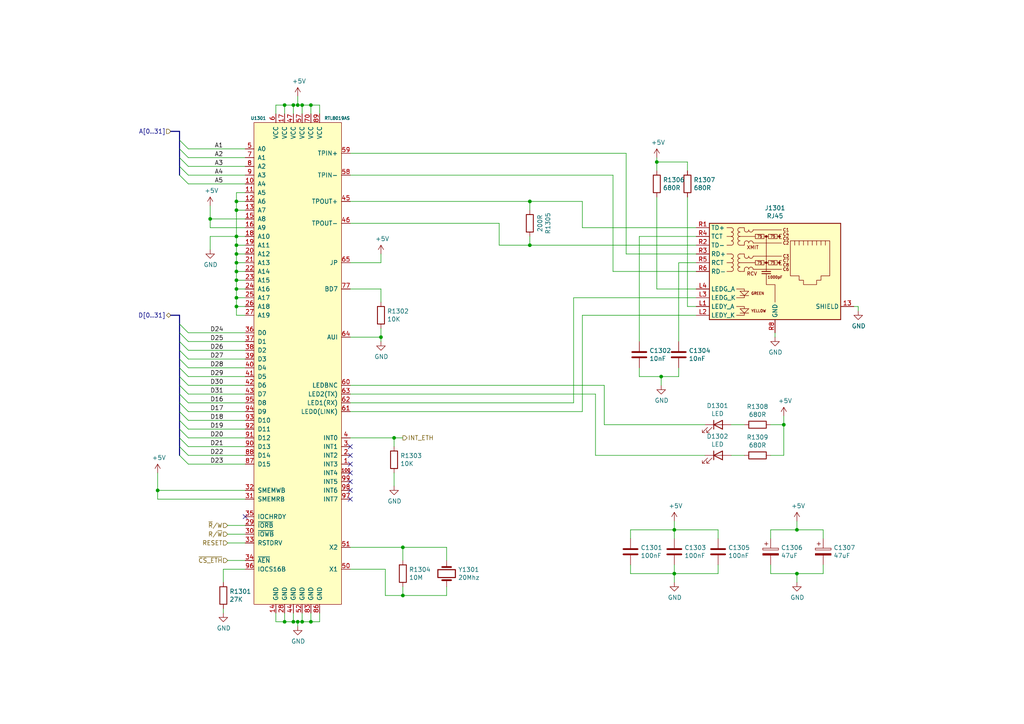
<source format=kicad_sch>
(kicad_sch (version 20211123) (generator eeschema)
  (paper "A4")
  (title_block (title "Y Ddraig Fawr") (company "Stephen Moody"))
  (lib_symbols
    (symbol "Connector:RJ45_Amphenol_RJMG1BD3B8K1ANR"
      (property "Reference" "J" (at 19.05 15.24 0))
      (property "Value" "RJ45_Amphenol_RJMG1BD3B8K1ANR" (at -19.05 15.24 0))
      (symbol "RJ45_Amphenol_RJMG1BD3B8K1ANR_0_0"
        (circle (center -2.54 2.54) (radius 0.254) (stroke (width 0.254)) (fill (type outline)))
        (circle (center -2.54 10.16) (radius 0.254) (stroke (width 0.254)) (fill (type outline)))
        (polyline (pts (xy -7.62 -12.065) (xy -10.16 -12.065)))
        (polyline (pts (xy -7.62 -6.985) (xy -10.16 -6.985)))
        (polyline (pts (xy -2.54 10.16) (xy -2.54 0)))
        (polyline (pts (xy -1.27 -0.635) (xy -3.81 -0.635)) (stroke (width 0.254)))
        (polyline (pts (xy -1.27 0) (xy -3.81 0)) (stroke (width 0.254)))
        (polyline (pts (xy 1.27 2.54) (xy 0.635 2.54)))
        (polyline (pts (xy 1.27 10.16) (xy 0.635 10.16)))
        (polyline (pts (xy -11.176 -12.7) (xy -8.89 -12.7) (xy -8.89 -12.065)))
        (polyline (pts (xy -11.176 -10.16) (xy -8.89 -10.16) (xy -8.89 -10.795)))
        (polyline (pts (xy -11.176 -5.08) (xy -8.89 -5.08) (xy -8.89 -5.715)))
        (polyline (pts (xy -8.89 -6.985) (xy -8.89 -7.62) (xy -11.176 -7.62)))
        (polyline (pts (xy -10.16 -5.715) (xy -7.62 -5.715) (xy -8.89 -6.985) (xy -10.16 -5.715)))
        (polyline (pts (xy -7.62 -10.795) (xy -10.16 -10.795) (xy -8.89 -12.065) (xy -7.62 -10.795)))
        (polyline (pts (xy -2.54 -0.635) (xy -2.54 -3.81) (xy 0 -3.81) (xy 0 -8.89)))
        (polyline (pts (xy 1.905 3.175) (xy 1.27 3.175) (xy 1.27 1.905) (xy 1.905 1.905)))
        (polyline (pts (xy 1.905 10.795) (xy 1.27 10.795) (xy 1.27 9.525) (xy 1.905 9.525)))
        (circle (center 1.27 2.54) (radius 0.254) (stroke (width 0.254)) (fill (type outline)))
        (circle (center 1.27 10.16) (radius 0.254) (stroke (width 0.254)) (fill (type outline)))
        (text "1000pF" (at 0 -1.651 0) (effects (font (size 0.762 0.762))))
        (text "75" (at -4.445 2.54 0) (effects (font (size 0.762 0.762))))
        (text "75" (at -4.445 10.16 0) (effects (font (size 0.762 0.762))))
        (text "75" (at -0.635 2.54 0) (effects (font (size 0.762 0.762))))
        (text "75" (at -0.635 10.16 0) (effects (font (size 0.762 0.762))))
        (text "C1" (at 3.175 12.065 0) (effects (font (size 0.889 0.889))))
        (text "C2" (at 3.175 8.255 0) (effects (font (size 0.889 0.889))))
        (text "C3" (at 3.175 4.445 0) (effects (font (size 0.889 0.889))))
        (text "C4" (at 3.175 10.795 0) (effects (font (size 0.889 0.889))))
        (text "C5" (at 3.175 9.525 0) (effects (font (size 0.889 0.889))))
        (text "C6" (at 3.175 0.635 0) (effects (font (size 0.889 0.889))))
        (text "C7" (at 3.175 3.175 0) (effects (font (size 0.889 0.889))))
        (text "C8" (at 3.175 1.905 0) (effects (font (size 0.889 0.889))))
        (text "GREEN" (at -6.985 -6.35 0) (effects (font (size 0.762 0.762)) (justify left)))
        (text "RCV" (at -8.255 -0.635 0) (effects (font (size 1.016 1.016)) (justify left)))
        (text "XMIT" (at -8.255 6.985 0) (effects (font (size 1.016 1.016)) (justify left)))
        (text "YELLOW" (at -6.985 -11.43 0) (effects (font (size 0.762 0.762)) (justify left)))
      )
      (symbol "RJ45_Amphenol_RJMG1BD3B8K1ANR_0_1"
        (rectangle (start -19.05 -13.97) (end 19.05 13.97) (stroke (width 0.254)) (fill (type background)))
        (arc (start -12.7 0) (mid -12.065 0.635) (end -12.7 1.27))
        (arc (start -12.7 1.27) (mid -12.065 1.905) (end -12.7 2.54))
        (arc (start -12.7 2.54) (mid -12.065 3.175) (end -12.7 3.81))
        (arc (start -12.7 3.81) (mid -12.065 4.445) (end -12.7 5.08))
        (arc (start -12.7 7.62) (mid -12.065 8.255) (end -12.7 8.89))
        (arc (start -12.7 8.89) (mid -12.065 9.525) (end -12.7 10.16))
        (arc (start -12.7 10.16) (mid -12.065 10.795) (end -12.7 11.43))
        (arc (start -12.7 11.43) (mid -12.065 12.065) (end -12.7 12.7))
        (arc (start -10.16 1.27) (mid -10.795 0.635) (end -10.16 0))
        (arc (start -10.16 2.54) (mid -10.795 1.905) (end -10.16 1.27))
        (arc (start -10.16 3.81) (mid -10.795 3.175) (end -10.16 2.54))
        (arc (start -10.16 5.08) (mid -10.795 4.445) (end -10.16 3.81))
        (arc (start -10.16 8.89) (mid -10.795 8.255) (end -10.16 7.62))
        (arc (start -10.16 10.16) (mid -10.795 9.525) (end -10.16 8.89))
        (arc (start -10.16 11.43) (mid -10.795 10.795) (end -10.16 10.16))
        (arc (start -10.16 12.7) (mid -10.795 12.065) (end -10.16 11.43))
        (arc (start -8.89 4.445) (mid -8.255 3.81) (end -7.62 4.445))
        (arc (start -8.89 12.065) (mid -8.255 11.43) (end -7.62 12.065))
        (arc (start -7.62 0.635) (mid -8.255 1.27) (end -8.89 0.635))
        (arc (start -7.62 4.445) (mid -6.985 3.81) (end -6.35 4.445))
        (arc (start -7.62 8.255) (mid -8.255 8.89) (end -8.89 8.255))
        (arc (start -7.62 12.065) (mid -6.985 11.43) (end -6.35 12.065))
        (arc (start -6.35 0.635) (mid -6.985 1.27) (end -7.62 0.635))
        (arc (start -6.35 8.255) (mid -6.985 8.89) (end -7.62 8.255))
        (rectangle (start -5.715 3.175) (end -3.175 1.905))
        (rectangle (start -5.715 10.795) (end -3.175 9.525))
        (rectangle (start -1.905 3.175) (end 0.635 1.905))
        (rectangle (start -1.905 10.795) (end 0.635 9.525))
        (polyline (pts (xy -12.7 0) (xy -13.97 0)))
        (polyline (pts (xy -12.7 2.54) (xy -13.97 2.54)))
        (polyline (pts (xy -12.7 5.08) (xy -13.97 5.08)))
        (polyline (pts (xy -12.7 7.62) (xy -13.97 7.62)))
        (polyline (pts (xy -12.7 10.16) (xy -13.97 10.16)))
        (polyline (pts (xy -12.7 12.7) (xy -13.97 12.7)))
        (polyline (pts (xy -6.35 0.635) (xy 1.905 0.635)))
        (polyline (pts (xy -6.35 4.445) (xy 1.905 4.445)))
        (polyline (pts (xy -6.35 8.255) (xy 1.905 8.255)))
        (polyline (pts (xy -6.35 12.065) (xy 1.905 12.065)))
        (polyline (pts (xy -5.715 2.54) (xy -10.16 2.54)))
        (polyline (pts (xy -5.715 10.16) (xy -10.16 10.16)))
        (polyline (pts (xy -3.175 2.54) (xy -1.905 2.54)))
        (polyline (pts (xy -3.175 10.16) (xy -1.905 10.16)))
        (polyline (pts (xy 5.715 7.62) (xy 5.715 8.89)))
        (polyline (pts (xy 6.985 8.89) (xy 6.985 7.62)))
        (polyline (pts (xy 8.255 8.89) (xy 8.255 7.62)))
        (polyline (pts (xy 9.525 8.89) (xy 9.525 7.62)))
        (polyline (pts (xy 10.795 8.89) (xy 10.795 7.62)))
        (polyline (pts (xy 12.065 8.89) (xy 12.065 7.62)))
        (polyline (pts (xy 13.335 7.62) (xy 13.335 8.89)))
        (polyline (pts (xy 14.605 7.62) (xy 14.605 8.89)))
        (polyline (pts (xy -10.16 5.08) (xy -8.89 5.08) (xy -8.89 4.445)))
        (polyline (pts (xy -10.16 12.7) (xy -8.89 12.7) (xy -8.89 12.065)))
        (polyline (pts (xy -8.89 0.635) (xy -8.89 0) (xy -10.16 0)))
        (polyline (pts (xy -8.89 8.255) (xy -8.89 7.62) (xy -10.16 7.62)))
        (polyline (pts (xy 4.445 8.89) (xy 15.875 8.89) (xy 15.875 -1.27) (xy 13.335 -1.27) (xy 13.335 -2.54) (xy 12.065 -2.54) (xy 12.065 -3.81) (xy 8.255 -3.81) (xy 8.255 -2.54) (xy 6.985 -2.54) (xy 6.985 -1.27) (xy 4.445 -1.27) (xy 4.445 8.89)))
      )
      (symbol "RJ45_Amphenol_RJMG1BD3B8K1ANR_1_1"
        (pin passive line (at 22.86 -10.16 180) (length 3.81) (name "SHIELD") (number "13"))
        (pin passive line (at -22.86 -10.16 0) (length 3.81) (name "LEDY_A") (number "L1"))
        (pin passive line (at -22.86 -12.7 0) (length 3.81) (name "LEDY_K") (number "L2"))
        (pin passive line (at -22.86 -7.62 0) (length 3.81) (name "LEDG_K") (number "L3"))
        (pin passive line (at -22.86 -5.08 0) (length 3.81) (name "LEDG_A") (number "L4"))
        (pin passive line (at -22.86 12.7 0) (length 3.81) (name "TD+") (number "R1"))
        (pin passive line (at -22.86 7.62 0) (length 3.81) (name "TD-") (number "R2"))
        (pin passive line (at -22.86 5.08 0) (length 3.81) (name "RD+") (number "R3"))
        (pin passive line (at -22.86 10.16 0) (length 3.81) (name "TCT") (number "R4"))
        (pin passive line (at -22.86 2.54 0) (length 3.81) (name "RCT") (number "R5"))
        (pin passive line (at -22.86 0 0) (length 3.81) (name "RD-") (number "R6"))
        (pin no_connect line (at 5.08 -5.08 0) (length 0) hide (name "NC") (number "R7"))
        (pin power_in line (at 0 -17.78 90) (length 3.81) (name "GND") (number "R8"))
      )
    )
    (symbol "Ddraig:RTL8019AS" (pin_names (offset 1.016))
      (property "Reference" "U" (at -11.43 36.83 0))
      (property "Value" "RTL8019AS" (at 12.7 -105.41 0))
      (symbol "RTL8019AS_0_1"
        (rectangle (start -12.7 35.56) (end 12.7 -104.14) (fill (type background)))
      )
      (symbol "RTL8019AS_1_1"
        (pin output line (at 15.24 -63.5 180) (length 2.54) (name "INT3") (number "1"))
        (pin input line (at -15.24 17.78 0) (length 2.54) (name "A4") (number "10"))
        (pin output line (at 15.24 -66.04 180) (length 2.54) (name "INT4") (number "100"))
        (pin input line (at -15.24 15.24 0) (length 2.54) (name "A5") (number "11"))
        (pin input line (at -15.24 12.7 0) (length 2.54) (name "A6") (number "12"))
        (pin input line (at -15.24 10.16 0) (length 2.54) (name "A7") (number "13"))
        (pin power_in line (at -6.35 -106.68 90) (length 2.54) (name "GND") (number "14"))
        (pin input line (at -15.24 7.62 0) (length 2.54) (name "A8") (number "15"))
        (pin input line (at -15.24 5.08 0) (length 2.54) (name "A9") (number "16"))
        (pin power_in line (at -3.81 38.1 270) (length 2.54) (name "VCC") (number "17"))
        (pin input line (at -15.24 2.54 0) (length 2.54) (name "A10") (number "18"))
        (pin input line (at -15.24 0 0) (length 2.54) (name "A11") (number "19"))
        (pin output line (at 15.24 -60.96 180) (length 2.54) (name "INT2") (number "2"))
        (pin input line (at -15.24 -2.54 0) (length 2.54) (name "A12") (number "20"))
        (pin input line (at -15.24 -5.08 0) (length 2.54) (name "A13") (number "21"))
        (pin input line (at -15.24 -7.62 0) (length 2.54) (name "A14") (number "22"))
        (pin input line (at -15.24 -10.16 0) (length 2.54) (name "A15") (number "23"))
        (pin input line (at -15.24 -12.7 0) (length 2.54) (name "A16") (number "24"))
        (pin input line (at -15.24 -15.24 0) (length 2.54) (name "A17") (number "25"))
        (pin input line (at -15.24 -17.78 0) (length 2.54) (name "A18") (number "26"))
        (pin input line (at -15.24 -20.32 0) (length 2.54) (name "A19") (number "27"))
        (pin power_in line (at -3.81 -106.68 90) (length 2.54) (name "GND") (number "28"))
        (pin input line (at -15.24 -81.28 0) (length 2.54) (name "~{IORB}") (number "29"))
        (pin output line (at 15.24 -58.42 180) (length 2.54) (name "INT1") (number "3"))
        (pin input line (at -15.24 -83.82 0) (length 2.54) (name "~{IOWB}") (number "30"))
        (pin input line (at -15.24 -73.66 0) (length 2.54) (name "SMEMRB") (number "31"))
        (pin input line (at -15.24 -71.12 0) (length 2.54) (name "SMEMWB") (number "32"))
        (pin input line (at -15.24 -86.36 0) (length 2.54) (name "RSTDRV") (number "33"))
        (pin input line (at -15.24 -91.44 0) (length 2.54) (name "~{AEN}") (number "34"))
        (pin input line (at -15.24 -78.74 0) (length 2.54) (name "IOCHRDY") (number "35"))
        (pin bidirectional line (at -15.24 -25.4 0) (length 2.54) (name "D0") (number "36"))
        (pin bidirectional line (at -15.24 -27.94 0) (length 2.54) (name "D1") (number "37"))
        (pin bidirectional line (at -15.24 -30.48 0) (length 2.54) (name "D2") (number "38"))
        (pin bidirectional line (at -15.24 -33.02 0) (length 2.54) (name "D3") (number "39"))
        (pin output line (at 15.24 -55.88 180) (length 2.54) (name "INT0") (number "4"))
        (pin bidirectional line (at -15.24 -35.56 0) (length 2.54) (name "D4") (number "40"))
        (pin bidirectional line (at -15.24 -38.1 0) (length 2.54) (name "D5") (number "41"))
        (pin bidirectional line (at -15.24 -40.64 0) (length 2.54) (name "D6") (number "42"))
        (pin bidirectional line (at -15.24 -43.18 0) (length 2.54) (name "D7") (number "43"))
        (pin power_in line (at -1.27 -106.68 90) (length 2.54) (name "GND") (number "44"))
        (pin passive line (at 15.24 12.7 180) (length 2.54) (name "TPOUT+") (number "45"))
        (pin passive line (at 15.24 6.35 180) (length 2.54) (name "TPOUT-") (number "46"))
        (pin power_in line (at -1.27 38.1 270) (length 2.54) (name "VCC") (number "47"))
        (pin no_connect line (at 0 -15.24 180) (length 2.54) hide (name "TX-") (number "48"))
        (pin no_connect line (at 0 -12.7 180) (length 2.54) hide (name "TX+") (number "49"))
        (pin input line (at -15.24 27.94 0) (length 2.54) (name "A0") (number "5"))
        (pin passive line (at 15.24 -93.98 180) (length 2.54) (name "X1") (number "50"))
        (pin passive line (at 15.24 -87.63 180) (length 2.54) (name "X2") (number "51"))
        (pin power_in line (at 1.27 -106.68 90) (length 2.54) (name "GND") (number "52"))
        (pin no_connect line (at 0 -7.62 180) (length 2.54) hide (name "CD-") (number "53"))
        (pin no_connect line (at 0 -5.08 180) (length 2.54) hide (name "CD+") (number "54"))
        (pin no_connect line (at 0 0 180) (length 2.54) hide (name "RX-") (number "55"))
        (pin no_connect line (at 0 2.54 180) (length 2.54) hide (name "RX+") (number "56"))
        (pin power_in line (at 1.27 38.1 270) (length 2.54) (name "VCC") (number "57"))
        (pin passive line (at 15.24 20.32 180) (length 2.54) (name "TPIN-") (number "58"))
        (pin passive line (at 15.24 26.67 180) (length 2.54) (name "TPIN+") (number "59"))
        (pin power_in line (at -6.35 38.1 270) (length 2.54) (name "VCC") (number "6"))
        (pin output line (at 15.24 -40.64 180) (length 2.54) (name "LEDBNC") (number "60"))
        (pin output line (at 15.24 -48.26 180) (length 2.54) (name "LED0(LINK)") (number "61"))
        (pin output line (at 15.24 -45.72 180) (length 2.54) (name "LED1(RX)") (number "62"))
        (pin output line (at 15.24 -43.18 180) (length 2.54) (name "LED2(TX)") (number "63"))
        (pin input line (at 15.24 -26.67 180) (length 2.54) (name "AUI") (number "64"))
        (pin input line (at 15.24 -5.08 180) (length 2.54) (name "JP") (number "65"))
        (pin no_connect line (at 2.54 -53.34 180) (length 2.54) hide (name "BA21/PNP") (number "66"))
        (pin no_connect line (at 2.54 -50.8 180) (length 2.54) hide (name "BA20/BS0") (number "67"))
        (pin no_connect line (at 2.54 -48.26 180) (length 2.54) hide (name "BA19/BS1") (number "68"))
        (pin no_connect line (at 2.54 -45.72 180) (length 2.54) hide (name "BA18/BS2") (number "69"))
        (pin input line (at -15.24 25.4 0) (length 2.54) (name "A1") (number "7"))
        (pin power_in line (at 3.81 38.1 270) (length 2.54) (name "VCC") (number "70"))
        (pin no_connect line (at 2.54 -43.18 180) (length 2.54) hide (name "BA17/BS3") (number "71"))
        (pin no_connect line (at 2.54 -40.64 180) (length 2.54) hide (name "BA16/BS4") (number "72"))
        (pin no_connect line (at 2.54 -38.1 180) (length 2.54) hide (name "BA15") (number "73"))
        (pin no_connect line (at 2.54 -35.56 180) (length 2.54) hide (name "BA14/PL0") (number "74"))
        (pin no_connect line (at 15.24 -16.51 180) (length 2.54) hide (name "BCSB") (number "75"))
        (pin no_connect line (at 15.24 -19.05 180) (length 2.54) hide (name "EECS") (number "76"))
        (pin bidirectional line (at 15.24 -12.7 180) (length 2.54) (name "BD7") (number "77"))
        (pin no_connect line (at 0 7.62 180) (length 2.54) hide (name "BD6/IRQS0/EEDI") (number "78"))
        (pin no_connect line (at 0 10.16 180) (length 2.54) hide (name "BD5/IRQS1/EESK") (number "79"))
        (pin input line (at -15.24 22.86 0) (length 2.54) (name "A2") (number "8"))
        (pin no_connect line (at 0 12.7 180) (length 2.54) hide (name "BD4/IRQS2") (number "80"))
        (pin no_connect line (at 0 15.24 180) (length 2.54) hide (name "BD3/IOS0") (number "81"))
        (pin no_connect line (at 0 17.78 180) (length 2.54) hide (name "BD2/IOS1") (number "82"))
        (pin power_in line (at 3.81 -106.68 90) (length 2.54) (name "GND") (number "83"))
        (pin no_connect line (at 0 20.32 180) (length 2.54) hide (name "BD1/IOS2") (number "84"))
        (pin no_connect line (at 0 22.86 180) (length 2.54) hide (name "BD0/IOS3") (number "85"))
        (pin power_in line (at 6.35 -106.68 90) (length 2.54) (name "GND") (number "86"))
        (pin bidirectional line (at -15.24 -63.5 0) (length 2.54) (name "D15") (number "87"))
        (pin bidirectional line (at -15.24 -60.96 0) (length 2.54) (name "D14") (number "88"))
        (pin power_in line (at 6.35 38.1 270) (length 2.54) (name "VCC") (number "89"))
        (pin input line (at -15.24 20.32 0) (length 2.54) (name "A3") (number "9"))
        (pin bidirectional line (at -15.24 -58.42 0) (length 2.54) (name "D13") (number "90"))
        (pin bidirectional line (at -15.24 -55.88 0) (length 2.54) (name "D12") (number "91"))
        (pin bidirectional line (at -15.24 -53.34 0) (length 2.54) (name "D11") (number "92"))
        (pin bidirectional line (at -15.24 -50.8 0) (length 2.54) (name "D10") (number "93"))
        (pin bidirectional line (at -15.24 -48.26 0) (length 2.54) (name "D9") (number "94"))
        (pin bidirectional line (at -15.24 -45.72 0) (length 2.54) (name "D8") (number "95"))
        (pin input line (at -15.24 -93.98 0) (length 2.54) (name "IOCS16B") (number "96"))
        (pin output line (at 15.24 -73.66 180) (length 2.54) (name "INT7") (number "97"))
        (pin output line (at 15.24 -71.12 180) (length 2.54) (name "INT6") (number "98"))
        (pin output line (at 15.24 -68.58 180) (length 2.54) (name "INT5") (number "99"))
      )
    )
    (symbol "Device:C" (pin_numbers hide) (pin_names (offset 0.254))
      (property "Reference" "C" (at 0.635 2.54 0))
      (property "Value" "C" (at 0.635 -2.54 0))
      (symbol "C_0_1"
        (polyline (pts (xy -2.032 -0.762) (xy 2.032 -0.762)) (stroke (width 0.508)))
        (polyline (pts (xy -2.032 0.762) (xy 2.032 0.762)) (stroke (width 0.508)))
      )
      (symbol "C_1_1"
        (pin passive line (at 0 3.81 270) (length 2.794) (name "~") (number "1"))
        (pin passive line (at 0 -3.81 90) (length 2.794) (name "~") (number "2"))
      )
    )
    (symbol "Device:C_Polarized" (pin_numbers hide) (pin_names (offset 0.254))
      (property "Reference" "C" (at 0.635 2.54 0))
      (property "Value" "C_Polarized" (at 0.635 -2.54 0))
      (symbol "C_Polarized_0_1"
        (rectangle (start -2.286 0.508) (end 2.286 1.016))
        (polyline (pts (xy -1.778 2.286) (xy -0.762 2.286)))
        (polyline (pts (xy -1.27 2.794) (xy -1.27 1.778)))
        (rectangle (start 2.286 -0.508) (end -2.286 -1.016) (fill (type outline)))
      )
      (symbol "C_Polarized_1_1"
        (pin passive line (at 0 3.81 270) (length 2.794) (name "~") (number "1"))
        (pin passive line (at 0 -3.81 90) (length 2.794) (name "~") (number "2"))
      )
    )
    (symbol "Device:Crystal" (pin_numbers hide) (pin_names (offset 1.016) hide)
      (property "Reference" "Y" (at 0 3.81 0))
      (property "Value" "Crystal" (at 0 -3.81 0))
      (symbol "Crystal_0_1"
        (rectangle (start -1.143 2.54) (end 1.143 -2.54) (stroke (width 0.3048)))
        (polyline (pts (xy -2.54 0) (xy -1.905 0)))
        (polyline (pts (xy -1.905 -1.27) (xy -1.905 1.27)) (stroke (width 0.508)))
        (polyline (pts (xy 1.905 -1.27) (xy 1.905 1.27)) (stroke (width 0.508)))
        (polyline (pts (xy 2.54 0) (xy 1.905 0)))
      )
      (symbol "Crystal_1_1"
        (pin passive line (at -3.81 0 0) (length 1.27) (name "1") (number "1"))
        (pin passive line (at 3.81 0 180) (length 1.27) (name "2") (number "2"))
      )
    )
    (symbol "Device:LED" (pin_numbers hide) (pin_names (offset 1.016) hide)
      (property "Reference" "D" (at 0 2.54 0))
      (property "Value" "LED" (at 0 -2.54 0))
      (symbol "LED_0_1"
        (polyline (pts (xy -1.27 -1.27) (xy -1.27 1.27)) (stroke (width 0.254)))
        (polyline (pts (xy -1.27 0) (xy 1.27 0)))
        (polyline (pts (xy 1.27 -1.27) (xy 1.27 1.27) (xy -1.27 0) (xy 1.27 -1.27)) (stroke (width 0.254)))
        (polyline (pts (xy -3.048 -0.762) (xy -4.572 -2.286) (xy -3.81 -2.286) (xy -4.572 -2.286) (xy -4.572 -1.524)))
        (polyline (pts (xy -1.778 -0.762) (xy -3.302 -2.286) (xy -2.54 -2.286) (xy -3.302 -2.286) (xy -3.302 -1.524)))
      )
      (symbol "LED_1_1"
        (pin passive line (at -3.81 0 0) (length 2.54) (name "K") (number "1"))
        (pin passive line (at 3.81 0 180) (length 2.54) (name "A") (number "2"))
      )
    )
    (symbol "Device:R" (pin_numbers hide) (pin_names (offset 0))
      (property "Reference" "R" (at 2.032 0 90))
      (property "Value" "R" (at 0 0 90))
      (symbol "R_0_1"
        (rectangle (start -1.016 -2.54) (end 1.016 2.54) (stroke (width 0.254)))
      )
      (symbol "R_1_1"
        (pin passive line (at 0 3.81 270) (length 1.27) (name "~") (number "1"))
        (pin passive line (at 0 -3.81 90) (length 1.27) (name "~") (number "2"))
      )
    )
    (symbol "power:+5V" (power) (pin_names (offset 0))
      (property "Value" "+5V" (at 0 3.556 0))
      (symbol "+5V_0_1"
        (polyline (pts (xy -0.762 1.27) (xy 0 2.54)))
        (polyline (pts (xy 0 0) (xy 0 2.54)))
        (polyline (pts (xy 0 2.54) (xy 0.762 1.27)))
      )
      (symbol "+5V_1_1"
        (pin power_in line (at 0 0 90) (length 0) hide (name "+5V") (number "1"))
      )
    )
    (symbol "power:GND" (power) (pin_names (offset 0))
      (property "Value" "GND" (at 0 -3.81 0))
      (symbol "GND_0_1"
        (polyline (pts (xy 0 0) (xy 0 -1.27) (xy 1.27 -1.27) (xy 0 -2.54) (xy -1.27 -1.27) (xy 0 -1.27)))
      )
      (symbol "GND_1_1"
        (pin power_in line (at 0 0 270) (length 0) hide (name "GND") (number "1"))
      )
    )
  )
  (junction (at 231.14 153.67))
  (junction (at 68.58 71.12))
  (junction (at 68.58 76.2))
  (junction (at 82.55 30.48))
  (junction (at 87.63 30.48))
  (junction (at 87.63 180.34))
  (junction (at 153.67 58.42))
  (junction (at 116.84 158.75))
  (junction (at 153.67 71.12))
  (junction (at 60.96 63.5))
  (junction (at 82.55 180.34))
  (junction (at 68.58 58.42))
  (junction (at 195.58 153.67))
  (junction (at 227.33 123.19))
  (junction (at 68.58 60.96))
  (junction (at 86.36 30.48))
  (junction (at 116.84 172.72))
  (junction (at 68.58 68.58))
  (junction (at 191.77 109.22))
  (junction (at 45.72 142.24))
  (junction (at 90.17 180.34))
  (junction (at 85.09 180.34))
  (junction (at 110.49 97.79))
  (junction (at 68.58 86.36))
  (junction (at 231.14 166.37))
  (junction (at 114.3 127))
  (junction (at 85.09 30.48))
  (junction (at 68.58 83.82))
  (junction (at 68.58 81.28))
  (junction (at 86.36 180.34))
  (junction (at 90.17 30.48))
  (junction (at 68.58 73.66))
  (junction (at 68.58 78.74))
  (junction (at 190.5 46.99))
  (junction (at 195.58 166.37))
  (junction (at 68.58 88.9))
  (no_connect (at 71.12 149.86))
  (no_connect (at 101.6 142.24))
  (no_connect (at 101.6 144.78))
  (no_connect (at 101.6 132.08))
  (no_connect (at 101.6 129.54))
  (no_connect (at 101.6 134.62))
  (no_connect (at 101.6 139.7))
  (no_connect (at 101.6 137.16))
  (bus_entry (at 52.07 40.64) (size 2.54 2.54))
  (bus_entry (at 52.07 43.18) (size 2.54 2.54))
  (bus_entry (at 52.07 96.52) (size 2.54 2.54))
  (bus_entry (at 52.07 104.14) (size 2.54 2.54))
  (bus_entry (at 52.07 124.46) (size 2.54 2.54))
  (bus_entry (at 52.07 106.68) (size 2.54 2.54))
  (bus_entry (at 52.07 114.3) (size 2.54 2.54))
  (bus_entry (at 52.07 50.8) (size 2.54 2.54))
  (bus_entry (at 52.07 116.84) (size 2.54 2.54))
  (bus_entry (at 52.07 109.22) (size 2.54 2.54))
  (bus_entry (at 52.07 129.54) (size 2.54 2.54))
  (bus_entry (at 52.07 111.76) (size 2.54 2.54))
  (bus_entry (at 52.07 119.38) (size 2.54 2.54))
  (bus_entry (at 52.07 48.26) (size 2.54 2.54))
  (bus_entry (at 52.07 101.6) (size 2.54 2.54))
  (bus_entry (at 52.07 45.72) (size 2.54 2.54))
  (bus_entry (at 52.07 127) (size 2.54 2.54))
  (bus_entry (at 52.07 99.06) (size 2.54 2.54))
  (bus_entry (at 52.07 132.08) (size 2.54 2.54))
  (bus_entry (at 52.07 121.92) (size 2.54 2.54))
  (bus_entry (at 52.07 93.98) (size 2.54 2.54))
  (wire (pts (xy 129.54 172.72) (xy 129.54 170.18)))
  (wire (pts (xy 68.58 71.12) (xy 68.58 73.66)))
  (wire (pts (xy 68.58 76.2) (xy 68.58 78.74)))
  (bus (pts (xy 52.07 121.92) (xy 52.07 124.46)))
  (wire (pts (xy 248.92 90.17) (xy 248.92 88.9)))
  (wire (pts (xy 60.96 63.5) (xy 60.96 59.69)))
  (wire (pts (xy 248.92 88.9) (xy 247.65 88.9)))
  (wire (pts (xy 80.01 33.02) (xy 80.01 30.48)))
  (wire (pts (xy 66.04 154.94) (xy 71.12 154.94)))
  (bus (pts (xy 52.07 109.22) (xy 52.07 111.76)))
  (wire (pts (xy 68.58 73.66) (xy 68.58 76.2)))
  (wire (pts (xy 111.76 165.1) (xy 111.76 172.72)))
  (wire (pts (xy 196.85 109.22) (xy 196.85 106.68)))
  (wire (pts (xy 71.12 132.08) (xy 54.61 132.08)))
  (wire (pts (xy 110.49 83.82) (xy 101.6 83.82)))
  (wire (pts (xy 90.17 33.02) (xy 90.17 30.48)))
  (bus (pts (xy 52.07 38.1) (xy 49.53 38.1)))
  (wire (pts (xy 71.12 116.84) (xy 54.61 116.84)))
  (wire (pts (xy 90.17 30.48) (xy 92.71 30.48)))
  (wire (pts (xy 60.96 68.58) (xy 60.96 72.39)))
  (wire (pts (xy 199.39 46.99) (xy 199.39 49.53)))
  (wire (pts (xy 182.88 153.67) (xy 182.88 156.21)))
  (wire (pts (xy 208.28 166.37) (xy 208.28 163.83)))
  (wire (pts (xy 191.77 109.22) (xy 196.85 109.22)))
  (wire (pts (xy 101.6 111.76) (xy 175.26 111.76)))
  (wire (pts (xy 101.6 158.75) (xy 116.84 158.75)))
  (wire (pts (xy 71.12 50.8) (xy 54.61 50.8)))
  (wire (pts (xy 191.77 111.76) (xy 191.77 109.22)))
  (wire (pts (xy 195.58 151.13) (xy 195.58 153.67)))
  (wire (pts (xy 223.52 166.37) (xy 231.14 166.37)))
  (wire (pts (xy 223.52 166.37) (xy 223.52 163.83)))
  (bus (pts (xy 52.07 111.76) (xy 52.07 114.3)))
  (wire (pts (xy 71.12 86.36) (xy 68.58 86.36)))
  (wire (pts (xy 71.12 111.76) (xy 54.61 111.76)))
  (wire (pts (xy 177.8 78.74) (xy 201.93 78.74)))
  (wire (pts (xy 71.12 157.48) (xy 66.04 157.48)))
  (bus (pts (xy 52.07 48.26) (xy 52.07 50.8)))
  (wire (pts (xy 116.84 162.56) (xy 116.84 158.75)))
  (wire (pts (xy 201.93 73.66) (xy 181.61 73.66)))
  (wire (pts (xy 196.85 76.2) (xy 196.85 99.06)))
  (wire (pts (xy 111.76 172.72) (xy 116.84 172.72)))
  (wire (pts (xy 71.12 43.18) (xy 54.61 43.18)))
  (wire (pts (xy 223.52 123.19) (xy 227.33 123.19)))
  (wire (pts (xy 181.61 73.66) (xy 181.61 44.45)))
  (wire (pts (xy 80.01 180.34) (xy 82.55 180.34)))
  (wire (pts (xy 80.01 30.48) (xy 82.55 30.48)))
  (wire (pts (xy 45.72 144.78) (xy 45.72 142.24)))
  (wire (pts (xy 68.58 91.44) (xy 71.12 91.44)))
  (wire (pts (xy 199.39 88.9) (xy 201.93 88.9)))
  (wire (pts (xy 129.54 158.75) (xy 129.54 162.56)))
  (wire (pts (xy 114.3 129.54) (xy 114.3 127)))
  (wire (pts (xy 71.12 134.62) (xy 54.61 134.62)))
  (wire (pts (xy 227.33 120.65) (xy 227.33 123.19)))
  (wire (pts (xy 85.09 180.34) (xy 86.36 180.34)))
  (wire (pts (xy 86.36 30.48) (xy 86.36 27.94)))
  (wire (pts (xy 68.58 58.42) (xy 68.58 60.96)))
  (bus (pts (xy 52.07 40.64) (xy 52.07 43.18)))
  (wire (pts (xy 231.14 168.91) (xy 231.14 166.37)))
  (wire (pts (xy 227.33 123.19) (xy 227.33 132.08)))
  (wire (pts (xy 68.58 88.9) (xy 68.58 91.44)))
  (wire (pts (xy 195.58 166.37) (xy 195.58 163.83)))
  (wire (pts (xy 71.12 76.2) (xy 68.58 76.2)))
  (bus (pts (xy 52.07 91.44) (xy 52.07 93.98)))
  (wire (pts (xy 82.55 30.48) (xy 85.09 30.48)))
  (wire (pts (xy 71.12 45.72) (xy 54.61 45.72)))
  (wire (pts (xy 175.26 111.76) (xy 175.26 123.19)))
  (bus (pts (xy 52.07 119.38) (xy 52.07 121.92)))
  (wire (pts (xy 114.3 127) (xy 101.6 127)))
  (wire (pts (xy 231.14 153.67) (xy 238.76 153.67)))
  (wire (pts (xy 101.6 44.45) (xy 181.61 44.45)))
  (wire (pts (xy 114.3 140.97) (xy 114.3 137.16)))
  (wire (pts (xy 153.67 71.12) (xy 201.93 71.12)))
  (wire (pts (xy 110.49 73.66) (xy 110.49 76.2)))
  (wire (pts (xy 71.12 48.26) (xy 54.61 48.26)))
  (wire (pts (xy 190.5 46.99) (xy 199.39 46.99)))
  (wire (pts (xy 116.84 170.18) (xy 116.84 172.72)))
  (wire (pts (xy 71.12 127) (xy 54.61 127)))
  (wire (pts (xy 172.72 114.3) (xy 172.72 132.08)))
  (wire (pts (xy 101.6 119.38) (xy 168.91 119.38)))
  (wire (pts (xy 195.58 166.37) (xy 208.28 166.37)))
  (wire (pts (xy 227.33 132.08) (xy 223.52 132.08)))
  (wire (pts (xy 71.12 63.5) (xy 60.96 63.5)))
  (wire (pts (xy 116.84 158.75) (xy 129.54 158.75)))
  (wire (pts (xy 144.78 71.12) (xy 144.78 64.77)))
  (wire (pts (xy 168.91 66.04) (xy 168.91 58.42)))
  (wire (pts (xy 101.6 165.1) (xy 111.76 165.1)))
  (wire (pts (xy 71.12 71.12) (xy 68.58 71.12)))
  (bus (pts (xy 52.07 116.84) (xy 52.07 119.38)))
  (wire (pts (xy 168.91 119.38) (xy 168.91 91.44)))
  (wire (pts (xy 223.52 153.67) (xy 231.14 153.67)))
  (wire (pts (xy 195.58 153.67) (xy 182.88 153.67)))
  (wire (pts (xy 166.37 116.84) (xy 166.37 86.36)))
  (wire (pts (xy 195.58 168.91) (xy 195.58 166.37)))
  (wire (pts (xy 199.39 57.15) (xy 199.39 88.9)))
  (wire (pts (xy 110.49 99.06) (xy 110.49 97.79)))
  (wire (pts (xy 66.04 162.56) (xy 71.12 162.56)))
  (bus (pts (xy 52.07 127) (xy 52.07 129.54)))
  (wire (pts (xy 71.12 78.74) (xy 68.58 78.74)))
  (wire (pts (xy 80.01 177.8) (xy 80.01 180.34)))
  (wire (pts (xy 215.9 132.08) (xy 212.09 132.08)))
  (wire (pts (xy 85.09 33.02) (xy 85.09 30.48)))
  (wire (pts (xy 71.12 101.6) (xy 54.61 101.6)))
  (wire (pts (xy 68.58 55.88) (xy 68.58 58.42)))
  (wire (pts (xy 68.58 60.96) (xy 68.58 68.58)))
  (wire (pts (xy 71.12 58.42) (xy 68.58 58.42)))
  (wire (pts (xy 153.67 60.96) (xy 153.67 58.42)))
  (wire (pts (xy 182.88 163.83) (xy 182.88 166.37)))
  (wire (pts (xy 153.67 58.42) (xy 168.91 58.42)))
  (wire (pts (xy 71.12 96.52) (xy 54.61 96.52)))
  (wire (pts (xy 60.96 66.04) (xy 60.96 63.5)))
  (wire (pts (xy 71.12 106.68) (xy 54.61 106.68)))
  (wire (pts (xy 71.12 81.28) (xy 68.58 81.28)))
  (wire (pts (xy 64.77 165.1) (xy 71.12 165.1)))
  (bus (pts (xy 52.07 91.44) (xy 49.53 91.44)))
  (wire (pts (xy 82.55 180.34) (xy 85.09 180.34)))
  (wire (pts (xy 110.49 87.63) (xy 110.49 83.82)))
  (wire (pts (xy 71.12 124.46) (xy 54.61 124.46)))
  (wire (pts (xy 185.42 68.58) (xy 185.42 99.06)))
  (wire (pts (xy 86.36 180.34) (xy 87.63 180.34)))
  (wire (pts (xy 177.8 78.74) (xy 177.8 50.8)))
  (wire (pts (xy 101.6 116.84) (xy 166.37 116.84)))
  (wire (pts (xy 182.88 166.37) (xy 195.58 166.37)))
  (wire (pts (xy 201.93 76.2) (xy 196.85 76.2)))
  (wire (pts (xy 212.09 123.19) (xy 215.9 123.19)))
  (wire (pts (xy 86.36 181.61) (xy 86.36 180.34)))
  (wire (pts (xy 101.6 64.77) (xy 144.78 64.77)))
  (wire (pts (xy 101.6 58.42) (xy 153.67 58.42)))
  (wire (pts (xy 45.72 142.24) (xy 71.12 142.24)))
  (wire (pts (xy 116.84 172.72) (xy 129.54 172.72)))
  (wire (pts (xy 168.91 91.44) (xy 201.93 91.44)))
  (wire (pts (xy 175.26 123.19) (xy 204.47 123.19)))
  (bus (pts (xy 52.07 45.72) (xy 52.07 48.26)))
  (wire (pts (xy 223.52 153.67) (xy 223.52 156.21)))
  (wire (pts (xy 71.12 68.58) (xy 68.58 68.58)))
  (wire (pts (xy 71.12 83.82) (xy 68.58 83.82)))
  (wire (pts (xy 191.77 109.22) (xy 185.42 109.22)))
  (bus (pts (xy 52.07 124.46) (xy 52.07 127)))
  (wire (pts (xy 172.72 132.08) (xy 204.47 132.08)))
  (wire (pts (xy 71.12 119.38) (xy 54.61 119.38)))
  (wire (pts (xy 85.09 177.8) (xy 85.09 180.34)))
  (wire (pts (xy 64.77 168.91) (xy 64.77 165.1)))
  (wire (pts (xy 101.6 50.8) (xy 177.8 50.8)))
  (wire (pts (xy 101.6 114.3) (xy 172.72 114.3)))
  (wire (pts (xy 90.17 180.34) (xy 92.71 180.34)))
  (wire (pts (xy 116.84 127) (xy 114.3 127)))
  (wire (pts (xy 201.93 66.04) (xy 168.91 66.04)))
  (bus (pts (xy 52.07 104.14) (xy 52.07 106.68)))
  (wire (pts (xy 195.58 153.67) (xy 195.58 156.21)))
  (wire (pts (xy 71.12 104.14) (xy 54.61 104.14)))
  (wire (pts (xy 190.5 46.99) (xy 190.5 45.72)))
  (wire (pts (xy 82.55 177.8) (xy 82.55 180.34)))
  (bus (pts (xy 52.07 38.1) (xy 52.07 40.64)))
  (bus (pts (xy 52.07 96.52) (xy 52.07 99.06)))
  (wire (pts (xy 71.12 60.96) (xy 68.58 60.96)))
  (bus (pts (xy 52.07 114.3) (xy 52.07 116.84)))
  (wire (pts (xy 208.28 156.21) (xy 208.28 153.67)))
  (wire (pts (xy 71.12 114.3) (xy 54.61 114.3)))
  (wire (pts (xy 45.72 142.24) (xy 45.72 137.16)))
  (wire (pts (xy 190.5 49.53) (xy 190.5 46.99)))
  (wire (pts (xy 86.36 30.48) (xy 87.63 30.48)))
  (wire (pts (xy 208.28 153.67) (xy 195.58 153.67)))
  (wire (pts (xy 85.09 30.48) (xy 86.36 30.48)))
  (wire (pts (xy 68.58 78.74) (xy 68.58 81.28)))
  (bus (pts (xy 52.07 129.54) (xy 52.07 132.08)))
  (wire (pts (xy 87.63 33.02) (xy 87.63 30.48)))
  (bus (pts (xy 52.07 106.68) (xy 52.07 109.22)))
  (wire (pts (xy 92.71 30.48) (xy 92.71 33.02)))
  (wire (pts (xy 71.12 121.92) (xy 54.61 121.92)))
  (wire (pts (xy 45.72 144.78) (xy 71.12 144.78)))
  (wire (pts (xy 87.63 30.48) (xy 90.17 30.48)))
  (wire (pts (xy 68.58 83.82) (xy 68.58 86.36)))
  (wire (pts (xy 231.14 151.13) (xy 231.14 153.67)))
  (wire (pts (xy 87.63 177.8) (xy 87.63 180.34)))
  (wire (pts (xy 71.12 73.66) (xy 68.58 73.66)))
  (wire (pts (xy 82.55 33.02) (xy 82.55 30.48)))
  (wire (pts (xy 68.58 86.36) (xy 68.58 88.9)))
  (wire (pts (xy 71.12 129.54) (xy 54.61 129.54)))
  (wire (pts (xy 71.12 55.88) (xy 68.58 55.88)))
  (wire (pts (xy 71.12 66.04) (xy 60.96 66.04)))
  (wire (pts (xy 71.12 53.34) (xy 54.61 53.34)))
  (wire (pts (xy 71.12 99.06) (xy 54.61 99.06)))
  (wire (pts (xy 144.78 71.12) (xy 153.67 71.12)))
  (wire (pts (xy 190.5 83.82) (xy 201.93 83.82)))
  (wire (pts (xy 185.42 109.22) (xy 185.42 106.68)))
  (wire (pts (xy 238.76 163.83) (xy 238.76 166.37)))
  (wire (pts (xy 166.37 86.36) (xy 201.93 86.36)))
  (wire (pts (xy 68.58 68.58) (xy 68.58 71.12)))
  (wire (pts (xy 153.67 68.58) (xy 153.67 71.12)))
  (wire (pts (xy 71.12 152.4) (xy 66.04 152.4)))
  (wire (pts (xy 190.5 57.15) (xy 190.5 83.82)))
  (bus (pts (xy 52.07 93.98) (xy 52.07 96.52)))
  (wire (pts (xy 87.63 180.34) (xy 90.17 180.34)))
  (wire (pts (xy 90.17 177.8) (xy 90.17 180.34)))
  (wire (pts (xy 231.14 166.37) (xy 238.76 166.37)))
  (wire (pts (xy 224.79 97.79) (xy 224.79 96.52)))
  (bus (pts (xy 52.07 43.18) (xy 52.07 45.72)))
  (bus (pts (xy 52.07 101.6) (xy 52.07 104.14)))
  (wire (pts (xy 110.49 97.79) (xy 110.49 95.25)))
  (wire (pts (xy 64.77 176.53) (xy 64.77 177.8)))
  (wire (pts (xy 71.12 109.22) (xy 54.61 109.22)))
  (wire (pts (xy 201.93 68.58) (xy 185.42 68.58)))
  (wire (pts (xy 101.6 97.79) (xy 110.49 97.79)))
  (wire (pts (xy 238.76 156.21) (xy 238.76 153.67)))
  (bus (pts (xy 52.07 99.06) (xy 52.07 101.6)))
  (wire (pts (xy 71.12 88.9) (xy 68.58 88.9)))
  (wire (pts (xy 92.71 180.34) (xy 92.71 177.8)))
  (wire (pts (xy 110.49 76.2) (xy 101.6 76.2)))
  (wire (pts (xy 68.58 81.28) (xy 68.58 83.82)))
  (wire (pts (xy 68.58 68.58) (xy 60.96 68.58)))
  (label "A3" (at 62.23 48.26 0))
  (label "A1" (at 62.23 43.18 0))
  (label "D30" (at 60.96 111.76 0))
  (label "A2" (at 62.23 45.72 0))
  (label "D25" (at 60.96 99.06 0))
  (label "D29" (at 60.96 109.22 0))
  (label "D18" (at 60.96 121.92 0))
  (label "D27" (at 60.96 104.14 0))
  (label "D19" (at 60.96 124.46 0))
  (label "A5" (at 62.23 53.34 0))
  (label "D22" (at 60.96 132.08 0))
  (label "D16" (at 60.96 116.84 0))
  (label "D21" (at 60.96 129.54 0))
  (label "D23" (at 60.96 134.62 0))
  (label "D28" (at 60.96 106.68 0))
  (label "D31" (at 60.96 114.3 0))
  (label "D17" (at 60.96 119.38 0))
  (label "D24" (at 60.96 96.52 0))
  (label "D26" (at 60.96 101.6 0))
  (label "A4" (at 62.23 50.8 0))
  (label "D20" (at 60.96 127 0))
  (hierarchical_label "D[0..31]" (shape bidirectional) (at 49.53 91.44 180))
  (hierarchical_label "INT_ETH" (shape output) (at 116.84 127 0))
  (hierarchical_label "~{CS_ETH}" (shape input) (at 66.04 162.56 180))
  (hierarchical_label "RESET" (shape input) (at 66.04 157.48 180))
  (hierarchical_label "~{R}{slash}W" (shape input) (at 66.04 152.4 180))
  (hierarchical_label "A[0..31]" (shape input) (at 49.53 38.1 180))
  (hierarchical_label "R{slash}~{W}" (shape input) (at 66.04 154.94 180))
  (symbol (lib_id "Ddraig:RTL8019AS") (at 86.36 71.12 0) (unit 1)
    (property "Reference" "U1301" (at 74.93 34.29 0) (effects (font (size 0.889 0.889))))
    (property "Value" "RTL8019AS" (at 97.79 34.29 0) (effects (font (size 0.889 0.889))))
    (property "Footprint" "Ddraig:RTL8019AS" (effects hide))
  )
  (symbol (lib_id "power:+5V") (at 60.96 59.69 0) (unit 1)
    (property "Reference" "#PWR01302" (effects hide))
    (property "Value" "+5V" (at 61.341 55.2958 0))
  )
  (symbol (lib_id "power:GND") (at 60.96 72.39 0) (unit 1)
    (property "Reference" "#PWR01303" (effects hide))
    (property "Value" "GND" (at 61.087 76.7842 0))
  )
  (symbol (lib_id "Device:R") (at 110.49 91.44 0) (unit 1)
    (property "Reference" "R1302" (at 112.268 90.2716 0) (effects (justify left)))
    (property "Value" "10K" (at 112.268 92.583 0) (effects (justify left)))
    (property "Footprint" "Resistor_THT:R_Axial_DIN0207_L6.3mm_D2.5mm_P10.16mm_Horizontal" (effects hide))
  )
  (symbol (lib_id "power:GND") (at 110.49 99.06 0) (unit 1)
    (property "Reference" "#PWR01308" (effects hide))
    (property "Value" "GND" (at 110.617 103.4542 0))
  )
  (symbol (lib_id "power:+5V") (at 110.49 73.66 0) (unit 1)
    (property "Reference" "#PWR01307" (effects hide))
    (property "Value" "+5V" (at 110.871 69.2658 0))
  )
  (symbol (lib_id "Connector:RJ45_Amphenol_RJMG1BD3B8K1ANR") (at 224.79 78.74 0) (unit 1)
    (property "Reference" "J1301" (at 224.79 60.325 0))
    (property "Value" "RJ45" (at 224.79 62.6364 0))
    (property "Footprint" "Connector_RJ:RJ45_Amphenol_RJMG1BD3B8K1ANR" (effects hide))
    (property "Datasheet" "https://www.amphenolcanada.com/ProductSearch/Drawings/AC/RJMG1BD3B8K1ANR.PDF" (effects hide))
  )
  (symbol (lib_id "Device:C") (at 196.85 102.87 0) (unit 1)
    (property "Reference" "C1304" (at 199.771 101.7016 0) (effects (justify left)))
    (property "Value" "10nF" (at 199.771 104.013 0) (effects (justify left)))
    (property "Footprint" "Capacitor_SMD:C_0805_2012Metric" (effects hide))
  )
  (symbol (lib_id "Device:C") (at 185.42 102.87 0) (unit 1)
    (property "Reference" "C1302" (at 188.341 101.7016 0) (effects (justify left)))
    (property "Value" "10nF" (at 188.341 104.013 0) (effects (justify left)))
    (property "Footprint" "Capacitor_SMD:C_0805_2012Metric" (effects hide))
  )
  (symbol (lib_id "power:GND") (at 191.77 111.76 0) (unit 1)
    (property "Reference" "#PWR01311" (effects hide))
    (property "Value" "GND" (at 191.897 116.1542 0))
  )
  (symbol (lib_id "power:GND") (at 224.79 97.79 0) (unit 1)
    (property "Reference" "#PWR01314" (effects hide))
    (property "Value" "GND" (at 224.917 102.1842 0))
  )
  (symbol (lib_id "power:GND") (at 248.92 90.17 0) (unit 1)
    (property "Reference" "#PWR01318" (effects hide))
    (property "Value" "GND" (at 249.047 94.5642 0))
  )
  (symbol (lib_id "Device:R") (at 199.39 53.34 0) (unit 1)
    (property "Reference" "R1307" (at 201.168 52.1716 0) (effects (justify left)))
    (property "Value" "680R" (at 201.168 54.483 0) (effects (justify left)))
    (property "Footprint" "Resistor_THT:R_Axial_DIN0207_L6.3mm_D2.5mm_P10.16mm_Horizontal" (effects hide))
  )
  (symbol (lib_id "Device:R") (at 190.5 53.34 0) (unit 1)
    (property "Reference" "R1306" (at 192.278 52.1716 0) (effects (justify left)))
    (property "Value" "680R" (at 192.278 54.483 0) (effects (justify left)))
    (property "Footprint" "Resistor_THT:R_Axial_DIN0207_L6.3mm_D2.5mm_P10.16mm_Horizontal" (effects hide))
  )
  (symbol (lib_id "power:+5V") (at 86.36 27.94 0) (unit 1)
    (property "Reference" "#PWR01305" (effects hide))
    (property "Value" "+5V" (at 86.741 23.5458 0))
  )
  (symbol (lib_id "power:+5V") (at 190.5 45.72 0) (unit 1)
    (property "Reference" "#PWR01310" (effects hide))
    (property "Value" "+5V" (at 190.881 41.3258 0))
  )
  (symbol (lib_id "Device:R") (at 153.67 64.77 180) (unit 1)
    (property "Reference" "R1305" (at 158.9278 64.77 90))
    (property "Value" "200R" (at 156.6164 64.77 90))
    (property "Footprint" "Resistor_THT:R_Axial_DIN0207_L6.3mm_D2.5mm_P10.16mm_Horizontal" (effects hide))
  )
  (symbol (lib_id "Device:R") (at 219.71 123.19 270) (unit 1)
    (property "Reference" "R1308" (at 219.71 117.9322 90))
    (property "Value" "680R" (at 219.71 120.2436 90))
    (property "Footprint" "Resistor_THT:R_Axial_DIN0207_L6.3mm_D2.5mm_P10.16mm_Horizontal" (effects hide))
  )
  (symbol (lib_id "Device:R") (at 219.71 132.08 270) (unit 1)
    (property "Reference" "R1309" (at 219.71 126.8222 90))
    (property "Value" "680R" (at 219.71 129.1336 90))
    (property "Footprint" "Resistor_THT:R_Axial_DIN0207_L6.3mm_D2.5mm_P10.16mm_Horizontal" (effects hide))
  )
  (symbol (lib_id "Device:LED") (at 208.28 123.19 0) (unit 1)
    (property "Reference" "D1301" (at 208.1022 117.6782 0))
    (property "Value" "LED" (at 208.1022 119.9896 0))
    (property "Footprint" "LED_SMD:LED_1206_3216Metric" (effects hide))
  )
  (symbol (lib_id "Device:LED") (at 208.28 132.08 0) (unit 1)
    (property "Reference" "D1302" (at 208.1022 126.5682 0))
    (property "Value" "LED" (at 208.1022 128.8796 0))
    (property "Footprint" "LED_SMD:LED_1206_3216Metric" (effects hide))
  )
  (symbol (lib_id "power:+5V") (at 227.33 120.65 0) (unit 1)
    (property "Reference" "#PWR01315" (effects hide))
    (property "Value" "+5V" (at 227.711 116.2558 0))
  )
  (symbol (lib_id "Device:R") (at 114.3 133.35 0) (unit 1)
    (property "Reference" "R1303" (at 116.078 132.1816 0) (effects (justify left)))
    (property "Value" "10K" (at 116.078 134.493 0) (effects (justify left)))
    (property "Footprint" "Resistor_THT:R_Axial_DIN0207_L6.3mm_D2.5mm_P10.16mm_Horizontal" (effects hide))
  )
  (symbol (lib_id "power:GND") (at 114.3 140.97 0) (unit 1)
    (property "Reference" "#PWR01309" (effects hide))
    (property "Value" "GND" (at 114.427 145.3642 0))
  )
  (symbol (lib_id "Device:Crystal") (at 129.54 166.37 270) (unit 1)
    (property "Reference" "Y1301" (at 132.8674 165.2016 90) (effects (justify left)))
    (property "Value" "20Mhz" (at 132.8674 167.513 90) (effects (justify left)))
    (property "Footprint" "Crystal:Crystal_SMD_HC49-SD" (effects hide))
  )
  (symbol (lib_id "Device:R") (at 116.84 166.37 0) (unit 1)
    (property "Reference" "R1304" (at 118.618 165.2016 0) (effects (justify left)))
    (property "Value" "10M" (at 118.618 167.513 0) (effects (justify left)))
    (property "Footprint" "Resistor_THT:R_Axial_DIN0207_L6.3mm_D2.5mm_P10.16mm_Horizontal" (effects hide))
  )
  (symbol (lib_id "power:+5V") (at 45.72 137.16 0) (unit 1)
    (property "Reference" "#PWR01301" (effects hide))
    (property "Value" "+5V" (at 46.101 132.7658 0))
  )
  (symbol (lib_id "power:GND") (at 86.36 181.61 0) (unit 1)
    (property "Reference" "#PWR01306" (effects hide))
    (property "Value" "GND" (at 86.487 186.0042 0))
  )
  (symbol (lib_id "Device:R") (at 64.77 172.72 0) (unit 1)
    (property "Reference" "R1301" (at 66.548 171.5516 0) (effects (justify left)))
    (property "Value" "27K" (at 66.548 173.863 0) (effects (justify left)))
    (property "Footprint" "Resistor_THT:R_Axial_DIN0207_L6.3mm_D2.5mm_P10.16mm_Horizontal" (effects hide))
  )
  (symbol (lib_id "power:GND") (at 64.77 177.8 0) (unit 1)
    (property "Reference" "#PWR01304" (effects hide))
    (property "Value" "GND" (at 64.897 182.1942 0))
  )
  (symbol (lib_id "Device:C") (at 195.58 160.02 0) (unit 1)
    (property "Reference" "C1303" (at 198.501 158.8516 0) (effects (justify left)))
    (property "Value" "100nF" (at 198.501 161.163 0) (effects (justify left)))
    (property "Footprint" "Capacitor_SMD:C_0805_2012Metric" (effects hide))
  )
  (symbol (lib_id "Device:C") (at 208.28 160.02 0) (unit 1)
    (property "Reference" "C1305" (at 211.201 158.8516 0) (effects (justify left)))
    (property "Value" "100nF" (at 211.201 161.163 0) (effects (justify left)))
    (property "Footprint" "Capacitor_SMD:C_0805_2012Metric" (effects hide))
  )
  (symbol (lib_id "Device:C") (at 182.88 160.02 0) (unit 1)
    (property "Reference" "C1301" (at 185.801 158.8516 0) (effects (justify left)))
    (property "Value" "100nF" (at 185.801 161.163 0) (effects (justify left)))
    (property "Footprint" "Capacitor_SMD:C_0805_2012Metric" (effects hide))
  )
  (symbol (lib_id "power:GND") (at 195.58 168.91 0) (unit 1)
    (property "Reference" "#PWR01313" (effects hide))
    (property "Value" "GND" (at 195.707 173.3042 0))
  )
  (symbol (lib_id "power:+5V") (at 195.58 151.13 0) (unit 1)
    (property "Reference" "#PWR01312" (effects hide))
    (property "Value" "+5V" (at 195.961 146.7358 0))
  )
  (symbol (lib_id "power:GND") (at 231.14 168.91 0) (unit 1)
    (property "Reference" "#PWR01317" (effects hide))
    (property "Value" "GND" (at 231.267 173.3042 0))
  )
  (symbol (lib_id "power:+5V") (at 231.14 151.13 0) (unit 1)
    (property "Reference" "#PWR01316" (effects hide))
    (property "Value" "+5V" (at 231.521 146.7358 0))
  )
  (symbol (lib_id "Device:C_Polarized") (at 223.52 160.02 0) (unit 1)
    (property "Reference" "C1306" (at 226.5172 158.8516 0) (effects (justify left)))
    (property "Value" "47uF" (at 226.5172 161.163 0) (effects (justify left)))
    (property "Footprint" "Capacitor_SMD:CP_Elec_4x5.7" (effects hide))
  )
  (symbol (lib_id "Device:C_Polarized") (at 238.76 160.02 0) (unit 1)
    (property "Reference" "C1307" (at 241.7572 158.8516 0) (effects (justify left)))
    (property "Value" "47uF" (at 241.7572 161.163 0) (effects (justify left)))
    (property "Footprint" "Capacitor_SMD:CP_Elec_4x5.7" (effects hide))
  )
)
</source>
